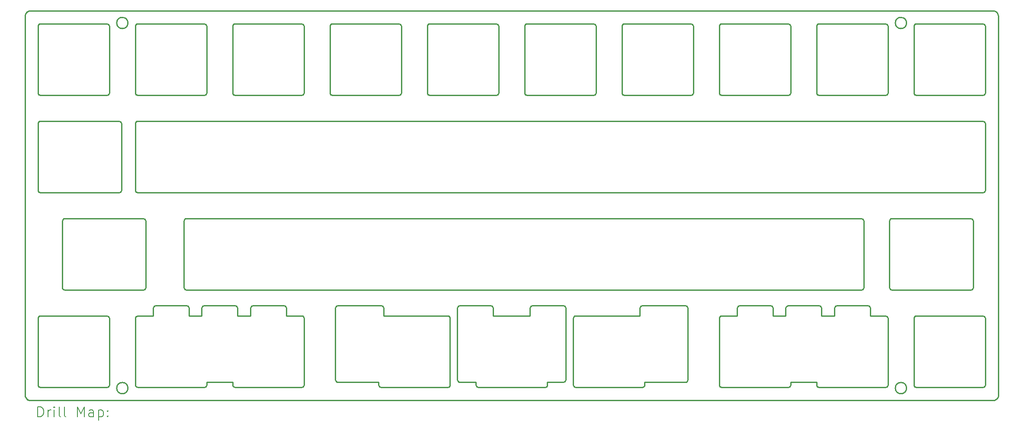
<source format=gbr>
%TF.GenerationSoftware,KiCad,Pcbnew,7.0.6*%
%TF.CreationDate,2023-10-29T00:27:15-04:00*%
%TF.ProjectId,dual-stagger-good-delivery-plate,6475616c-2d73-4746-9167-6765722d676f,rev?*%
%TF.SameCoordinates,PX3318a14PY7a102be*%
%TF.FileFunction,Drillmap*%
%TF.FilePolarity,Positive*%
%FSLAX45Y45*%
G04 Gerber Fmt 4.5, Leading zero omitted, Abs format (unit mm)*
G04 Created by KiCad (PCBNEW 7.0.6) date 2023-10-29 00:27:15*
%MOMM*%
%LPD*%
G01*
G04 APERTURE LIST*
%ADD10C,0.250000*%
%ADD11C,0.200000*%
G04 APERTURE END LIST*
D10*
X2015000Y7381875D02*
G75*
G03*
X2015000Y7381875I-110000J0D01*
G01*
X17255000Y7381875D02*
G75*
G03*
X17255000Y7381875I-110000J0D01*
G01*
X2015000Y238125D02*
G75*
G03*
X2015000Y238125I-110000J0D01*
G01*
X17255000Y238125D02*
G75*
G03*
X17255000Y238125I-110000J0D01*
G01*
X100000Y7620000D02*
X75008Y7616852D01*
X48146Y7605523D01*
X25978Y7587238D01*
X9861Y7563354D01*
X1152Y7535229D01*
X0Y7520000D01*
X18950000Y7620000D02*
X100000Y7620000D01*
X19050000Y7520000D02*
X19046852Y7544992D01*
X19035523Y7571854D01*
X19017238Y7594022D01*
X18993354Y7610139D01*
X18965229Y7618848D01*
X18950000Y7620000D01*
X19050000Y100000D02*
X19050000Y7520000D01*
X18950000Y0D02*
X18974992Y3148D01*
X19001854Y14477D01*
X19024022Y32762D01*
X19040139Y56646D01*
X19048848Y84771D01*
X19050000Y100000D01*
X158750Y0D02*
X18950000Y0D01*
X100000Y0D02*
X158750Y0D01*
X0Y100000D02*
X3148Y75009D01*
X14477Y48146D01*
X32762Y25978D01*
X56646Y9861D01*
X84771Y1152D01*
X100000Y0D01*
X0Y7520000D02*
X0Y100000D01*
X12923801Y352461D02*
X12130001Y352462D01*
X12973801Y402461D02*
X12966562Y376535D01*
X12947634Y358496D01*
X12923801Y352461D01*
X12973801Y1802461D02*
X12973801Y402461D01*
X12923801Y1852461D02*
X12949728Y1845223D01*
X12967766Y1826294D01*
X12973801Y1802461D01*
X12082501Y1852461D02*
X12923801Y1852461D01*
X12032501Y1802461D02*
X12039739Y1828388D01*
X12058668Y1846427D01*
X12082501Y1852461D01*
X12032501Y1652500D02*
X12032501Y1802461D01*
X10780001Y1652502D02*
X12032501Y1652500D01*
X10730001Y1602502D02*
X10737239Y1628429D01*
X10756168Y1646467D01*
X10780001Y1652502D01*
X10730001Y302502D02*
X10730001Y1602502D01*
X10780001Y252502D02*
X10754074Y259740D01*
X10736036Y278669D01*
X10730001Y302502D01*
X12080001Y252502D02*
X10780001Y252502D01*
X12130001Y302502D02*
X12122762Y276575D01*
X12103834Y258537D01*
X12080001Y252502D01*
X12130001Y352462D02*
X12130001Y302502D01*
X15492500Y352461D02*
X14987499Y352461D01*
X15492500Y302502D02*
X15492500Y352461D01*
X15542500Y252502D02*
X15516573Y259740D01*
X15498535Y278669D01*
X15492500Y302502D01*
X16842500Y252502D02*
X15542500Y252502D01*
X16892500Y302502D02*
X16885262Y276575D01*
X16866333Y258537D01*
X16842500Y252502D01*
X16892500Y1602502D02*
X16892500Y302502D01*
X16842500Y1652502D02*
X16868427Y1645263D01*
X16886466Y1626335D01*
X16892500Y1602502D01*
X16542499Y1652502D02*
X16842500Y1652502D01*
X16542499Y1802461D02*
X16542499Y1652502D01*
X16492499Y1852461D02*
X16518426Y1845222D01*
X16536464Y1826294D01*
X16542499Y1802461D01*
X15892499Y1852461D02*
X16492499Y1852461D01*
X15842499Y1802461D02*
X15849737Y1828388D01*
X15868666Y1846426D01*
X15892499Y1852461D01*
X15842499Y1652502D02*
X15842499Y1802461D01*
X15590000Y1652502D02*
X15842499Y1652502D01*
X15590000Y1802461D02*
X15590000Y1652502D01*
X15540000Y1852461D02*
X15565927Y1845222D01*
X15583965Y1826294D01*
X15590000Y1802461D01*
X14940000Y1852461D02*
X15540000Y1852461D01*
X14890000Y1802461D02*
X14897238Y1828388D01*
X14916167Y1846426D01*
X14940000Y1852461D01*
X14890000Y1652502D02*
X14890000Y1802461D01*
X14637499Y1652502D02*
X14890000Y1652502D01*
X14637499Y1802461D02*
X14637499Y1652502D01*
X14587499Y1852461D02*
X14613426Y1845222D01*
X14631464Y1826294D01*
X14637499Y1802461D01*
X13987499Y1852461D02*
X14587499Y1852461D01*
X13937499Y1802461D02*
X13944738Y1828388D01*
X13963666Y1846426D01*
X13987499Y1852461D01*
X13937499Y1652502D02*
X13937499Y1802461D01*
X13637499Y1652502D02*
X13937499Y1652502D01*
X13587499Y1602502D02*
X13594738Y1628429D01*
X13613666Y1646467D01*
X13637499Y1652502D01*
X13587499Y302502D02*
X13587499Y1602502D01*
X13637499Y252502D02*
X13611572Y259740D01*
X13593534Y278669D01*
X13587499Y302502D01*
X14937499Y252502D02*
X13637499Y252502D01*
X14987499Y302502D02*
X14980261Y276575D01*
X14961332Y258537D01*
X14937499Y252502D01*
X14987499Y352461D02*
X14987499Y302502D01*
X6126199Y352461D02*
X6919999Y352462D01*
X6076199Y402461D02*
X6083438Y376535D01*
X6102366Y358496D01*
X6126199Y352461D01*
X6076199Y1802461D02*
X6076199Y402461D01*
X6126199Y1852461D02*
X6100272Y1845223D01*
X6082234Y1826294D01*
X6076199Y1802461D01*
X6967499Y1852461D02*
X6126199Y1852461D01*
X7017499Y1802461D02*
X7010261Y1828388D01*
X6991332Y1846427D01*
X6967499Y1852461D01*
X7017499Y1652500D02*
X7017499Y1802461D01*
X8269999Y1652502D02*
X7017499Y1652500D01*
X8319999Y1602502D02*
X8312761Y1628429D01*
X8293832Y1646467D01*
X8269999Y1652502D01*
X8319999Y302502D02*
X8319999Y1602502D01*
X8269999Y252502D02*
X8295926Y259740D01*
X8313964Y278669D01*
X8319999Y302502D01*
X6969999Y252502D02*
X8269999Y252502D01*
X6919999Y302502D02*
X6927238Y276575D01*
X6946166Y258537D01*
X6969999Y252502D01*
X6919999Y352462D02*
X6919999Y302502D01*
X18797501Y6017500D02*
X18790263Y5991573D01*
X18771334Y5973535D01*
X18747501Y5967500D01*
X18797501Y7317500D02*
X18797501Y6017500D01*
X18747501Y7367500D02*
X18773428Y7360262D01*
X18791467Y7341333D01*
X18797501Y7317500D01*
X17447501Y7367500D02*
X18747501Y7367500D01*
X17397501Y7317500D02*
X17404740Y7343427D01*
X17423668Y7361466D01*
X17447501Y7367500D01*
X17397501Y6017500D02*
X17397501Y7317500D01*
X17447501Y5967500D02*
X17421574Y5974739D01*
X17403536Y5993667D01*
X17397501Y6017500D01*
X18747501Y5967500D02*
X17447501Y5967500D01*
X13082499Y6017500D02*
X13075261Y5991573D01*
X13056332Y5973535D01*
X13032499Y5967500D01*
X13082499Y7317500D02*
X13082499Y6017500D01*
X13032499Y7367500D02*
X13058426Y7360262D01*
X13076464Y7341333D01*
X13082499Y7317500D01*
X11732499Y7367500D02*
X13032499Y7367500D01*
X11682499Y7317500D02*
X11689738Y7343427D01*
X11708666Y7361466D01*
X11732499Y7367500D01*
X11682499Y6017500D02*
X11682499Y7317500D01*
X11732499Y5967500D02*
X11706572Y5974739D01*
X11688534Y5993667D01*
X11682499Y6017500D01*
X13032499Y5967500D02*
X11732499Y5967500D01*
X14987500Y6017500D02*
X14980262Y5991573D01*
X14961333Y5973535D01*
X14937500Y5967500D01*
X14987500Y7317500D02*
X14987500Y6017500D01*
X14937500Y7367500D02*
X14963427Y7360262D01*
X14981465Y7341333D01*
X14987500Y7317500D01*
X13637500Y7367500D02*
X14937500Y7367500D01*
X13587500Y7317500D02*
X13594739Y7343427D01*
X13613667Y7361466D01*
X13637500Y7367500D01*
X13587500Y6017500D02*
X13587500Y7317500D01*
X13637500Y5967500D02*
X13611573Y5974739D01*
X13593535Y5993667D01*
X13587500Y6017500D01*
X14937500Y5967500D02*
X13637500Y5967500D01*
X16892501Y6017500D02*
X16885263Y5991573D01*
X16866334Y5973535D01*
X16842501Y5967500D01*
X16892501Y7317500D02*
X16892501Y6017500D01*
X16842501Y7367500D02*
X16868428Y7360262D01*
X16886467Y7341333D01*
X16892501Y7317500D01*
X15542501Y7367500D02*
X16842501Y7367500D01*
X15492501Y7317500D02*
X15499740Y7343427D01*
X15518668Y7361466D01*
X15542501Y7367500D01*
X15492501Y6017500D02*
X15492501Y7317500D01*
X15542501Y5967500D02*
X15516574Y5974739D01*
X15498536Y5993667D01*
X15492501Y6017500D01*
X16842501Y5967500D02*
X15542501Y5967500D01*
X7367500Y6017500D02*
X7360261Y5991573D01*
X7341333Y5973535D01*
X7317500Y5967500D01*
X7367500Y7317500D02*
X7367500Y6017500D01*
X7317500Y7367500D02*
X7343427Y7360262D01*
X7361465Y7341333D01*
X7367500Y7317500D01*
X6017500Y7367500D02*
X7317500Y7367500D01*
X5967500Y7317500D02*
X5974738Y7343427D01*
X5993667Y7361466D01*
X6017500Y7367500D01*
X5967500Y6017500D02*
X5967500Y7317500D01*
X6017500Y5967500D02*
X5991573Y5974739D01*
X5973534Y5993667D01*
X5967500Y6017500D01*
X7317500Y5967500D02*
X6017500Y5967500D01*
X9272501Y6017500D02*
X9265262Y5991573D01*
X9246334Y5973535D01*
X9222501Y5967500D01*
X9272501Y7317500D02*
X9272501Y6017500D01*
X9222501Y7367500D02*
X9248428Y7360262D01*
X9266466Y7341333D01*
X9272501Y7317500D01*
X7922501Y7367500D02*
X9222501Y7367500D01*
X7872501Y7317500D02*
X7879739Y7343427D01*
X7898668Y7361466D01*
X7922501Y7367500D01*
X7872501Y6017500D02*
X7872501Y7317500D01*
X7922501Y5967500D02*
X7896574Y5974739D01*
X7878535Y5993667D01*
X7872501Y6017500D01*
X9222501Y5967500D02*
X7922501Y5967500D01*
X11177502Y6017500D02*
X11170263Y5991573D01*
X11151335Y5973535D01*
X11127502Y5967500D01*
X11177502Y7317500D02*
X11177502Y6017500D01*
X11127502Y7367500D02*
X11153429Y7360262D01*
X11171467Y7341333D01*
X11177502Y7317500D01*
X9827502Y7367500D02*
X11127502Y7367500D01*
X9777502Y7317500D02*
X9784740Y7343427D01*
X9803669Y7361466D01*
X9827502Y7367500D01*
X9777502Y6017500D02*
X9777502Y7317500D01*
X9827502Y5967500D02*
X9801575Y5974739D01*
X9783537Y5993667D01*
X9777502Y6017500D01*
X11127502Y5967500D02*
X9827502Y5967500D01*
X1652499Y6017500D02*
X1645261Y5991573D01*
X1626332Y5973535D01*
X1602499Y5967500D01*
X1652499Y7317500D02*
X1652499Y6017500D01*
X1602499Y7367500D02*
X1628426Y7360262D01*
X1646464Y7341333D01*
X1652499Y7317500D01*
X302499Y7367500D02*
X1602499Y7367500D01*
X252499Y7317500D02*
X259738Y7343427D01*
X278666Y7361466D01*
X302499Y7367500D01*
X252499Y6017500D02*
X252499Y7317500D01*
X302499Y5967500D02*
X276572Y5974739D01*
X258534Y5993667D01*
X252499Y6017500D01*
X1602499Y5967500D02*
X302499Y5967500D01*
X3557500Y6017500D02*
X3550262Y5991573D01*
X3531333Y5973535D01*
X3507500Y5967500D01*
X3557500Y7317500D02*
X3557500Y6017500D01*
X3507500Y7367500D02*
X3533427Y7360262D01*
X3551465Y7341333D01*
X3557500Y7317500D01*
X2207500Y7367500D02*
X3507500Y7367500D01*
X2157500Y7317500D02*
X2164739Y7343427D01*
X2183667Y7361466D01*
X2207500Y7367500D01*
X2157500Y6017500D02*
X2157500Y7317500D01*
X2207500Y5967500D02*
X2181573Y5974739D01*
X2163535Y5993667D01*
X2157500Y6017500D01*
X3507500Y5967500D02*
X2207500Y5967500D01*
X5462501Y6017500D02*
X5455263Y5991573D01*
X5436334Y5973535D01*
X5412501Y5967500D01*
X5462501Y7317500D02*
X5462501Y6017500D01*
X5412501Y7367500D02*
X5438428Y7360262D01*
X5456467Y7341333D01*
X5462501Y7317500D01*
X4112501Y7367500D02*
X5412501Y7367500D01*
X4062501Y7317500D02*
X4069740Y7343427D01*
X4088668Y7361466D01*
X4112501Y7367500D01*
X4062501Y6017500D02*
X4062501Y7317500D01*
X4112501Y5967500D02*
X4086574Y5974739D01*
X4068536Y5993667D01*
X4062501Y6017500D01*
X5412501Y5967500D02*
X4112501Y5967500D01*
X18797500Y302500D02*
X18790262Y276573D01*
X18771333Y258535D01*
X18747500Y252500D01*
X18797500Y1602500D02*
X18797500Y302500D01*
X18747500Y1652500D02*
X18773427Y1645261D01*
X18791466Y1626333D01*
X18797500Y1602500D01*
X17447500Y1652500D02*
X18747500Y1652500D01*
X17397500Y1602500D02*
X17404739Y1628427D01*
X17423667Y1646465D01*
X17447500Y1652500D01*
X17397500Y302500D02*
X17397500Y1602500D01*
X17447500Y252500D02*
X17421573Y259738D01*
X17403535Y278667D01*
X17397500Y302500D01*
X18747500Y252500D02*
X17447500Y252500D01*
X1652499Y302502D02*
X1645260Y276575D01*
X1626332Y258537D01*
X1602499Y252502D01*
X1652499Y1602502D02*
X1652499Y302502D01*
X1602499Y1652502D02*
X1628426Y1645263D01*
X1646464Y1626335D01*
X1652499Y1602502D01*
X302499Y1652502D02*
X1602499Y1652502D01*
X252499Y1602502D02*
X259737Y1628429D01*
X278666Y1646467D01*
X302499Y1652502D01*
X252499Y302502D02*
X252499Y1602502D01*
X302499Y252502D02*
X276572Y259740D01*
X258533Y278669D01*
X252499Y302502D01*
X1602499Y252502D02*
X302499Y252502D01*
X3557500Y352461D02*
X4062501Y352461D01*
X3557500Y302502D02*
X3557500Y352461D01*
X3507500Y252502D02*
X3533427Y259740D01*
X3551465Y278669D01*
X3557500Y302502D01*
X2207500Y252502D02*
X3507500Y252502D01*
X2157500Y302502D02*
X2164738Y276575D01*
X2183667Y258537D01*
X2207500Y252502D01*
X2157500Y1602502D02*
X2157500Y302502D01*
X2207500Y1652502D02*
X2181573Y1645263D01*
X2163535Y1626335D01*
X2157500Y1602502D01*
X2507501Y1652502D02*
X2207500Y1652502D01*
X2507501Y1802461D02*
X2507501Y1652502D01*
X2557501Y1852461D02*
X2531574Y1845222D01*
X2513536Y1826294D01*
X2507501Y1802461D01*
X3157501Y1852461D02*
X2557501Y1852461D01*
X3207501Y1802461D02*
X3200263Y1828388D01*
X3181334Y1846426D01*
X3157501Y1852461D01*
X3207501Y1652502D02*
X3207501Y1802461D01*
X3460000Y1652502D02*
X3207501Y1652502D01*
X3460000Y1802461D02*
X3460000Y1652502D01*
X3510000Y1852461D02*
X3484073Y1845222D01*
X3466035Y1826294D01*
X3460000Y1802461D01*
X4110000Y1852461D02*
X3510000Y1852461D01*
X4160000Y1802461D02*
X4152762Y1828388D01*
X4133833Y1846426D01*
X4110000Y1852461D01*
X4160000Y1652502D02*
X4160000Y1802461D01*
X4412501Y1652502D02*
X4160000Y1652502D01*
X4412501Y1802461D02*
X4412501Y1652502D01*
X4462501Y1852461D02*
X4436574Y1845222D01*
X4418536Y1826294D01*
X4412501Y1802461D01*
X5062501Y1852461D02*
X4462501Y1852461D01*
X5112501Y1802461D02*
X5105262Y1828388D01*
X5086334Y1846426D01*
X5062501Y1852461D01*
X5112501Y1652502D02*
X5112501Y1802461D01*
X5412501Y1652502D02*
X5112501Y1652502D01*
X5462501Y1602502D02*
X5455262Y1628429D01*
X5436334Y1646467D01*
X5412501Y1652502D01*
X5462501Y302502D02*
X5462501Y1602502D01*
X5412501Y252502D02*
X5438428Y259740D01*
X5456466Y278669D01*
X5462501Y302502D01*
X4112501Y252502D02*
X5412501Y252502D01*
X4062501Y302502D02*
X4069739Y276575D01*
X4088668Y258537D01*
X4112501Y252502D01*
X4062501Y352461D02*
X4062501Y302502D01*
X10225001Y352462D02*
X10536200Y352461D01*
X10225001Y302502D02*
X10225001Y352462D01*
X10175001Y252502D02*
X10200928Y259740D01*
X10218966Y278669D01*
X10225001Y302502D01*
X8875001Y252502D02*
X10175001Y252502D01*
X8825001Y302502D02*
X8832239Y276575D01*
X8851168Y258537D01*
X8875001Y252502D01*
X8825001Y352462D02*
X8825001Y302502D01*
X8513800Y352461D02*
X8825001Y352462D01*
X8463800Y402461D02*
X8471039Y376535D01*
X8489967Y358496D01*
X8513800Y352461D01*
X8463800Y1802461D02*
X8463800Y402461D01*
X8513800Y1852461D02*
X8487873Y1845223D01*
X8469835Y1826294D01*
X8463800Y1802461D01*
X9113800Y1852461D02*
X8513800Y1852461D01*
X9163800Y1802461D02*
X9156562Y1828388D01*
X9137633Y1846427D01*
X9113800Y1852461D01*
X9163800Y1652502D02*
X9163800Y1802461D01*
X9886200Y1652502D02*
X9163800Y1652502D01*
X9886200Y1802461D02*
X9886200Y1652502D01*
X9936200Y1852461D02*
X9910273Y1845223D01*
X9892235Y1826294D01*
X9886200Y1802461D01*
X10536200Y1852461D02*
X9936200Y1852461D01*
X10586200Y1802461D02*
X10578962Y1828388D01*
X10560033Y1846427D01*
X10536200Y1852461D01*
X10586200Y402461D02*
X10586200Y1802461D01*
X10536200Y352461D02*
X10562127Y359700D01*
X10580166Y378629D01*
X10586200Y402461D01*
X18559348Y2207501D02*
X18552109Y2181575D01*
X18533181Y2163536D01*
X18509348Y2157501D01*
X18559348Y3507501D02*
X18559348Y2207501D01*
X18509348Y3557501D02*
X18535275Y3550263D01*
X18553313Y3531334D01*
X18559348Y3507501D01*
X16971248Y3557501D02*
X18509348Y3557501D01*
X16921248Y3507501D02*
X16928487Y3533428D01*
X16947415Y3551467D01*
X16971248Y3557501D01*
X16921248Y2207501D02*
X16921248Y3507501D01*
X16971248Y2157501D02*
X16945321Y2164740D01*
X16927283Y2183668D01*
X16921248Y2207501D01*
X18509348Y2157501D02*
X16971248Y2157501D01*
X2365558Y2207502D02*
X2358319Y2181575D01*
X2339391Y2163537D01*
X2315558Y2157502D01*
X2365558Y3507502D02*
X2365558Y2207502D01*
X2315558Y3557502D02*
X2341485Y3550263D01*
X2359523Y3531335D01*
X2365558Y3507502D01*
X777458Y3557502D02*
X2315558Y3557502D01*
X727458Y3507502D02*
X734696Y3533429D01*
X753625Y3551467D01*
X777458Y3557502D01*
X727458Y2207502D02*
X727458Y3507502D01*
X777458Y2157502D02*
X751531Y2164741D01*
X733492Y2183669D01*
X727458Y2207502D01*
X2315558Y2157502D02*
X777458Y2157502D01*
X1890600Y4112501D02*
X1883362Y4086574D01*
X1864433Y4068536D01*
X1840600Y4062501D01*
X1890600Y5412501D02*
X1890600Y4112501D01*
X1840600Y5462501D02*
X1866527Y5455262D01*
X1884565Y5436334D01*
X1890600Y5412501D01*
X302500Y5462501D02*
X1840600Y5462501D01*
X252500Y5412501D02*
X259739Y5438428D01*
X278667Y5456466D01*
X302500Y5462501D01*
X252500Y4112501D02*
X252500Y5412501D01*
X302500Y4062501D02*
X276573Y4069739D01*
X258535Y4088668D01*
X252500Y4112501D01*
X1840600Y4062501D02*
X302500Y4062501D01*
X16416250Y2207500D02*
X16409011Y2181573D01*
X16390083Y2163535D01*
X16366250Y2157500D01*
X16416250Y3507500D02*
X16416250Y2207500D01*
X16366250Y3557500D02*
X16392177Y3550261D01*
X16410215Y3531333D01*
X16416250Y3507500D01*
X3159950Y3557500D02*
X16366250Y3557500D01*
X3109950Y3507500D02*
X3117189Y3533427D01*
X3136117Y3551465D01*
X3159950Y3557500D01*
X3109950Y2207500D02*
X3109950Y3507500D01*
X3159950Y2157500D02*
X3134023Y2164739D01*
X3115985Y2183667D01*
X3109950Y2207500D01*
X16366250Y2157500D02*
X3159950Y2157500D01*
X18797499Y4112501D02*
X18790261Y4086574D01*
X18771332Y4068536D01*
X18747499Y4062501D01*
X18797499Y5412501D02*
X18797499Y4112501D01*
X18747499Y5462501D02*
X18773426Y5455262D01*
X18791465Y5436334D01*
X18797499Y5412501D01*
X2207499Y5462501D02*
X18747499Y5462501D01*
X2157499Y5412501D02*
X2164738Y5438428D01*
X2183666Y5456466D01*
X2207499Y5462501D01*
X2157499Y4112501D02*
X2157499Y5412501D01*
X2207499Y4062501D02*
X2181572Y4069739D01*
X2163534Y4088668D01*
X2157499Y4112501D01*
X18747499Y4062501D02*
X2207499Y4062501D01*
D11*
X248277Y-323984D02*
X248277Y-123984D01*
X248277Y-123984D02*
X295896Y-123984D01*
X295896Y-123984D02*
X324467Y-133508D01*
X324467Y-133508D02*
X343515Y-152555D01*
X343515Y-152555D02*
X353039Y-171603D01*
X353039Y-171603D02*
X362562Y-209698D01*
X362562Y-209698D02*
X362562Y-238269D01*
X362562Y-238269D02*
X353039Y-276365D01*
X353039Y-276365D02*
X343515Y-295412D01*
X343515Y-295412D02*
X324467Y-314460D01*
X324467Y-314460D02*
X295896Y-323984D01*
X295896Y-323984D02*
X248277Y-323984D01*
X448277Y-323984D02*
X448277Y-190650D01*
X448277Y-228746D02*
X457801Y-209698D01*
X457801Y-209698D02*
X467324Y-200174D01*
X467324Y-200174D02*
X486372Y-190650D01*
X486372Y-190650D02*
X505420Y-190650D01*
X572086Y-323984D02*
X572086Y-190650D01*
X572086Y-123984D02*
X562563Y-133508D01*
X562563Y-133508D02*
X572086Y-143031D01*
X572086Y-143031D02*
X581610Y-133508D01*
X581610Y-133508D02*
X572086Y-123984D01*
X572086Y-123984D02*
X572086Y-143031D01*
X695896Y-323984D02*
X676848Y-314460D01*
X676848Y-314460D02*
X667324Y-295412D01*
X667324Y-295412D02*
X667324Y-123984D01*
X800658Y-323984D02*
X781610Y-314460D01*
X781610Y-314460D02*
X772086Y-295412D01*
X772086Y-295412D02*
X772086Y-123984D01*
X1029229Y-323984D02*
X1029229Y-123984D01*
X1029229Y-123984D02*
X1095896Y-266841D01*
X1095896Y-266841D02*
X1162563Y-123984D01*
X1162563Y-123984D02*
X1162563Y-323984D01*
X1343515Y-323984D02*
X1343515Y-219222D01*
X1343515Y-219222D02*
X1333991Y-200174D01*
X1333991Y-200174D02*
X1314944Y-190650D01*
X1314944Y-190650D02*
X1276848Y-190650D01*
X1276848Y-190650D02*
X1257801Y-200174D01*
X1343515Y-314460D02*
X1324467Y-323984D01*
X1324467Y-323984D02*
X1276848Y-323984D01*
X1276848Y-323984D02*
X1257801Y-314460D01*
X1257801Y-314460D02*
X1248277Y-295412D01*
X1248277Y-295412D02*
X1248277Y-276365D01*
X1248277Y-276365D02*
X1257801Y-257317D01*
X1257801Y-257317D02*
X1276848Y-247793D01*
X1276848Y-247793D02*
X1324467Y-247793D01*
X1324467Y-247793D02*
X1343515Y-238269D01*
X1438753Y-190650D02*
X1438753Y-390650D01*
X1438753Y-200174D02*
X1457801Y-190650D01*
X1457801Y-190650D02*
X1495896Y-190650D01*
X1495896Y-190650D02*
X1514943Y-200174D01*
X1514943Y-200174D02*
X1524467Y-209698D01*
X1524467Y-209698D02*
X1533991Y-228746D01*
X1533991Y-228746D02*
X1533991Y-285889D01*
X1533991Y-285889D02*
X1524467Y-304936D01*
X1524467Y-304936D02*
X1514943Y-314460D01*
X1514943Y-314460D02*
X1495896Y-323984D01*
X1495896Y-323984D02*
X1457801Y-323984D01*
X1457801Y-323984D02*
X1438753Y-314460D01*
X1619705Y-304936D02*
X1629229Y-314460D01*
X1629229Y-314460D02*
X1619705Y-323984D01*
X1619705Y-323984D02*
X1610182Y-314460D01*
X1610182Y-314460D02*
X1619705Y-304936D01*
X1619705Y-304936D02*
X1619705Y-323984D01*
X1619705Y-200174D02*
X1629229Y-209698D01*
X1629229Y-209698D02*
X1619705Y-219222D01*
X1619705Y-219222D02*
X1610182Y-209698D01*
X1610182Y-209698D02*
X1619705Y-200174D01*
X1619705Y-200174D02*
X1619705Y-219222D01*
M02*

</source>
